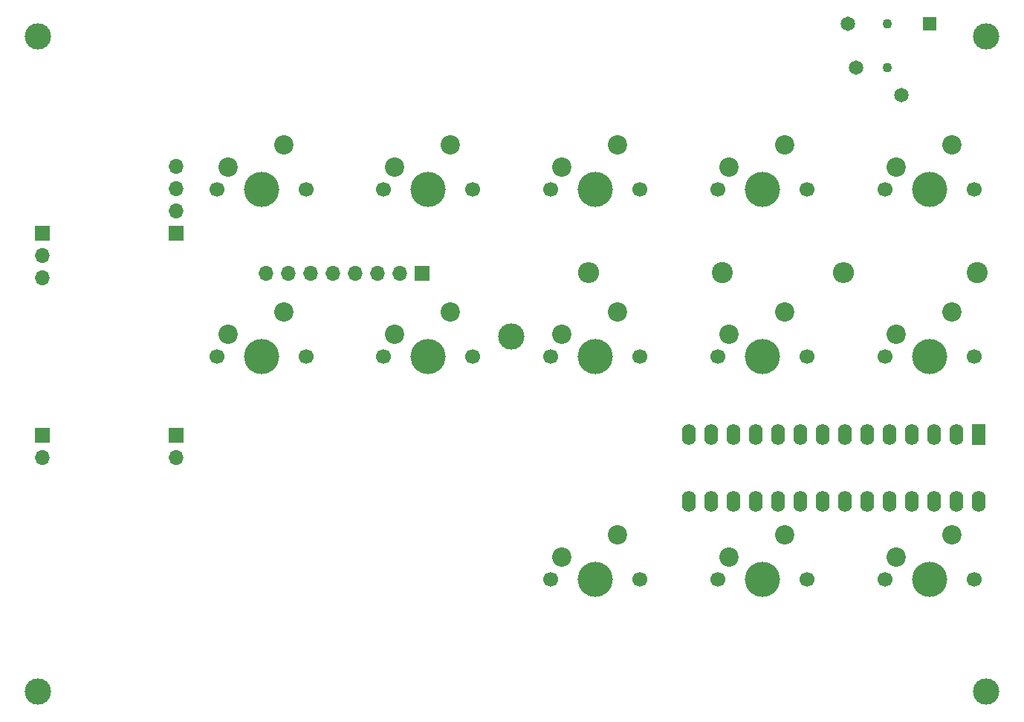
<source format=gbr>
G04 #@! TF.FileFunction,Soldermask,Bot*
%FSLAX46Y46*%
G04 Gerber Fmt 4.6, Leading zero omitted, Abs format (unit mm)*
G04 Created by KiCad (PCBNEW 4.0.7) date 03/10/21 14:25:49*
%MOMM*%
%LPD*%
G01*
G04 APERTURE LIST*
%ADD10C,0.100000*%
%ADD11C,3.000000*%
%ADD12C,2.200000*%
%ADD13C,4.000000*%
%ADD14C,1.700000*%
%ADD15R,1.600000X2.400000*%
%ADD16O,1.600000X2.400000*%
%ADD17C,2.400000*%
%ADD18O,2.400000X2.400000*%
%ADD19R,1.700000X1.700000*%
%ADD20O,1.700000X1.700000*%
%ADD21R,1.650000X1.650000*%
%ADD22C,1.650000*%
%ADD23C,1.100000*%
G04 APERTURE END LIST*
D10*
D11*
X61341000Y-119888000D03*
X169418000Y-119888000D03*
X61332000Y-45180500D03*
X115316000Y-79375000D03*
D12*
X165488250Y-57555500D03*
X159138250Y-60095500D03*
D13*
X162948250Y-62635500D03*
D14*
X157868250Y-62635500D03*
X168028250Y-62635500D03*
D12*
X165488250Y-76586750D03*
X159138250Y-79126750D03*
D13*
X162948250Y-81666750D03*
D14*
X157868250Y-81666750D03*
X168028250Y-81666750D03*
D12*
X127425750Y-101993000D03*
X121075750Y-104533000D03*
D13*
X124885750Y-107073000D03*
D14*
X119805750Y-107073000D03*
X129965750Y-107073000D03*
D12*
X146457000Y-57555500D03*
X140107000Y-60095500D03*
D13*
X143917000Y-62635500D03*
D14*
X138837000Y-62635500D03*
X148997000Y-62635500D03*
D12*
X146457000Y-101993000D03*
X140107000Y-104533000D03*
D13*
X143917000Y-107073000D03*
D14*
X138837000Y-107073000D03*
X148997000Y-107073000D03*
D12*
X165488250Y-101993000D03*
X159138250Y-104533000D03*
D13*
X162948250Y-107073000D03*
D14*
X157868250Y-107073000D03*
X168028250Y-107073000D03*
D12*
X89363250Y-57555500D03*
X83013250Y-60095500D03*
D13*
X86823250Y-62635500D03*
D14*
X81743250Y-62635500D03*
X91903250Y-62635500D03*
D12*
X89363250Y-76586750D03*
X83013250Y-79126750D03*
D13*
X86823250Y-81666750D03*
D14*
X81743250Y-81666750D03*
X91903250Y-81666750D03*
D12*
X108394500Y-57555500D03*
X102044500Y-60095500D03*
D13*
X105854500Y-62635500D03*
D14*
X100774500Y-62635500D03*
X110934500Y-62635500D03*
D12*
X108394500Y-76586750D03*
X102044500Y-79126750D03*
D13*
X105854500Y-81666750D03*
D14*
X100774500Y-81666750D03*
X110934500Y-81666750D03*
D15*
X168582000Y-90555500D03*
D16*
X135562000Y-98175500D03*
X166042000Y-90555500D03*
X138102000Y-98175500D03*
X163502000Y-90555500D03*
X140642000Y-98175500D03*
X160962000Y-90555500D03*
X143182000Y-98175500D03*
X158422000Y-90555500D03*
X145722000Y-98175500D03*
X155882000Y-90555500D03*
X148262000Y-98175500D03*
X153342000Y-90555500D03*
X150802000Y-98175500D03*
X150802000Y-90555500D03*
X153342000Y-98175500D03*
X148262000Y-90555500D03*
X155882000Y-98175500D03*
X145722000Y-90555500D03*
X158422000Y-98175500D03*
X143182000Y-90555500D03*
X160962000Y-98175500D03*
X140642000Y-90555500D03*
X163502000Y-98175500D03*
X138102000Y-90555500D03*
X166042000Y-98175500D03*
X135562000Y-90555500D03*
X168582000Y-98175500D03*
D11*
X169425750Y-45180500D03*
D17*
X139332000Y-72086750D03*
D18*
X124092000Y-72086750D03*
D17*
X168394500Y-72086750D03*
D18*
X153154500Y-72086750D03*
D19*
X61894500Y-67680500D03*
D20*
X61894500Y-70220500D03*
X61894500Y-72760500D03*
D19*
X77082000Y-90649250D03*
D20*
X77082000Y-93189250D03*
D19*
X61894500Y-90649250D03*
D20*
X61894500Y-93189250D03*
D21*
X162975750Y-43799250D03*
D22*
X154575750Y-48799250D03*
X159775750Y-51899250D03*
X153675750Y-43799250D03*
D23*
X158175750Y-43799250D03*
X158175750Y-48799250D03*
D12*
X127425750Y-76586750D03*
X121075750Y-79126750D03*
D13*
X124885750Y-81666750D03*
D14*
X119805750Y-81666750D03*
X129965750Y-81666750D03*
D12*
X127425750Y-57555500D03*
X121075750Y-60095500D03*
D13*
X124885750Y-62635500D03*
D14*
X119805750Y-62635500D03*
X129965750Y-62635500D03*
D19*
X105113250Y-72180500D03*
D20*
X102573250Y-72180500D03*
X100033250Y-72180500D03*
X97493250Y-72180500D03*
X94953250Y-72180500D03*
X92413250Y-72180500D03*
X89873250Y-72180500D03*
X87333250Y-72180500D03*
D19*
X77082000Y-67680500D03*
D20*
X77082000Y-65140500D03*
X77082000Y-62600500D03*
X77082000Y-60060500D03*
D12*
X146457000Y-76586750D03*
X140107000Y-79126750D03*
D13*
X143917000Y-81666750D03*
D14*
X138837000Y-81666750D03*
X148997000Y-81666750D03*
M02*

</source>
